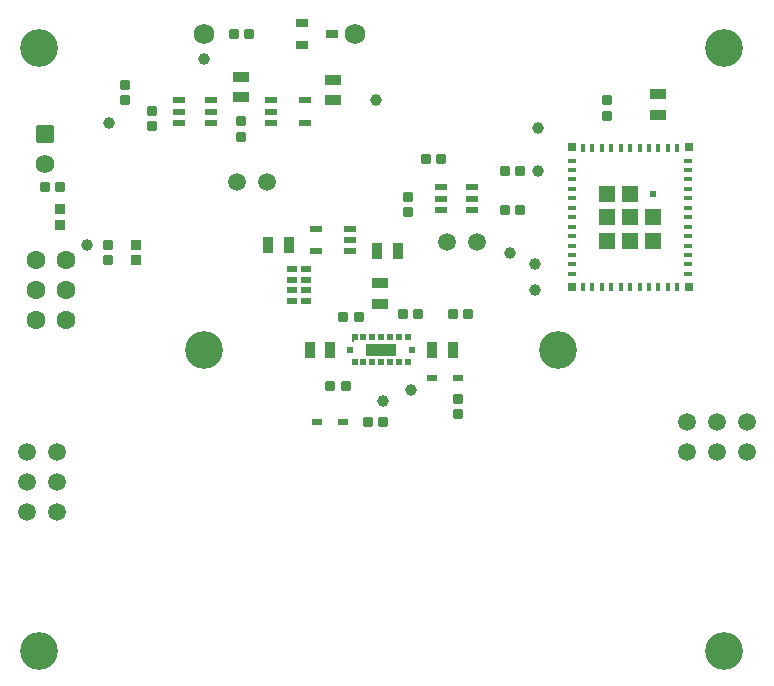
<source format=gbr>
%TF.GenerationSoftware,Altium Limited,Altium Designer,20.1.8 (145)*%
G04 Layer_Color=255*
%FSLAX45Y45*%
%MOMM*%
%TF.SameCoordinates,F34F671C-B0F6-4AC1-94B4-1D61ADA518EE*%
%TF.FilePolarity,Positive*%
%TF.FileFunction,Pads,Top*%
%TF.Part,Single*%
G01*
G75*
%TA.AperFunction,SMDPad,CuDef*%
G04:AMPARAMS|DCode=10|XSize=1.275mm|YSize=0.9mm|CornerRadius=0.045mm|HoleSize=0mm|Usage=FLASHONLY|Rotation=270.000|XOffset=0mm|YOffset=0mm|HoleType=Round|Shape=RoundedRectangle|*
%AMROUNDEDRECTD10*
21,1,1.27500,0.81000,0,0,270.0*
21,1,1.18500,0.90000,0,0,270.0*
1,1,0.09000,-0.40500,-0.59250*
1,1,0.09000,-0.40500,0.59250*
1,1,0.09000,0.40500,0.59250*
1,1,0.09000,0.40500,-0.59250*
%
%ADD10ROUNDEDRECTD10*%
%ADD11C,1.00000*%
G04:AMPARAMS|DCode=12|XSize=0.48mm|YSize=0.78mm|CornerRadius=0.024mm|HoleSize=0mm|Usage=FLASHONLY|Rotation=90.000|XOffset=0mm|YOffset=0mm|HoleType=Round|Shape=RoundedRectangle|*
%AMROUNDEDRECTD12*
21,1,0.48000,0.73200,0,0,90.0*
21,1,0.43200,0.78000,0,0,90.0*
1,1,0.04800,0.36600,0.21600*
1,1,0.04800,0.36600,-0.21600*
1,1,0.04800,-0.36600,-0.21600*
1,1,0.04800,-0.36600,0.21600*
%
%ADD12ROUNDEDRECTD12*%
G04:AMPARAMS|DCode=13|XSize=0.848mm|YSize=0.848mm|CornerRadius=0.05088mm|HoleSize=0mm|Usage=FLASHONLY|Rotation=180.000|XOffset=0mm|YOffset=0mm|HoleType=Round|Shape=RoundedRectangle|*
%AMROUNDEDRECTD13*
21,1,0.84800,0.74624,0,0,180.0*
21,1,0.74624,0.84800,0,0,180.0*
1,1,0.10176,-0.37312,0.37312*
1,1,0.10176,0.37312,0.37312*
1,1,0.10176,0.37312,-0.37312*
1,1,0.10176,-0.37312,-0.37312*
%
%ADD13ROUNDEDRECTD13*%
G04:AMPARAMS|DCode=14|XSize=0.848mm|YSize=0.848mm|CornerRadius=0.0424mm|HoleSize=0mm|Usage=FLASHONLY|Rotation=0.000|XOffset=0mm|YOffset=0mm|HoleType=Round|Shape=RoundedRectangle|*
%AMROUNDEDRECTD14*
21,1,0.84800,0.76320,0,0,0.0*
21,1,0.76320,0.84800,0,0,0.0*
1,1,0.08480,0.38160,-0.38160*
1,1,0.08480,-0.38160,-0.38160*
1,1,0.08480,-0.38160,0.38160*
1,1,0.08480,0.38160,0.38160*
%
%ADD14ROUNDEDRECTD14*%
G04:AMPARAMS|DCode=15|XSize=0.848mm|YSize=0.848mm|CornerRadius=0.05088mm|HoleSize=0mm|Usage=FLASHONLY|Rotation=90.000|XOffset=0mm|YOffset=0mm|HoleType=Round|Shape=RoundedRectangle|*
%AMROUNDEDRECTD15*
21,1,0.84800,0.74624,0,0,90.0*
21,1,0.74624,0.84800,0,0,90.0*
1,1,0.10176,0.37312,0.37312*
1,1,0.10176,0.37312,-0.37312*
1,1,0.10176,-0.37312,-0.37312*
1,1,0.10176,-0.37312,0.37312*
%
%ADD15ROUNDEDRECTD15*%
%TA.AperFunction,ConnectorPad*%
%ADD16R,0.80000X0.40000*%
%TA.AperFunction,SMDPad,CuDef*%
%ADD17R,0.70000X0.70000*%
%TA.AperFunction,BGAPad,CuDef*%
%ADD18R,1.45000X1.45000*%
%TA.AperFunction,SMDPad,CuDef*%
%ADD19R,0.60000X0.60000*%
%TA.AperFunction,ConnectorPad*%
%ADD20R,0.40000X0.80000*%
%TA.AperFunction,SMDPad,CuDef*%
G04:AMPARAMS|DCode=21|XSize=0.5mm|YSize=0.8mm|CornerRadius=0.0025mm|HoleSize=0mm|Usage=FLASHONLY|Rotation=90.000|XOffset=0mm|YOffset=0mm|HoleType=Round|Shape=RoundedRectangle|*
%AMROUNDEDRECTD21*
21,1,0.50000,0.79500,0,0,90.0*
21,1,0.49500,0.80000,0,0,90.0*
1,1,0.00500,0.39750,0.24750*
1,1,0.00500,0.39750,-0.24750*
1,1,0.00500,-0.39750,-0.24750*
1,1,0.00500,-0.39750,0.24750*
%
%ADD21ROUNDEDRECTD21*%
%ADD22R,2.50000X1.00000*%
%TA.AperFunction,BGAPad,CuDef*%
%ADD23R,0.50000X0.50000*%
%TA.AperFunction,SMDPad,CuDef*%
%ADD24R,0.20000X0.15000*%
G04:AMPARAMS|DCode=25|XSize=1.275mm|YSize=0.9mm|CornerRadius=0.045mm|HoleSize=0mm|Usage=FLASHONLY|Rotation=0.000|XOffset=0mm|YOffset=0mm|HoleType=Round|Shape=RoundedRectangle|*
%AMROUNDEDRECTD25*
21,1,1.27500,0.81000,0,0,0.0*
21,1,1.18500,0.90000,0,0,0.0*
1,1,0.09000,0.59250,-0.40500*
1,1,0.09000,-0.59250,-0.40500*
1,1,0.09000,-0.59250,0.40500*
1,1,0.09000,0.59250,0.40500*
%
%ADD25ROUNDEDRECTD25*%
G04:AMPARAMS|DCode=26|XSize=0.5mm|YSize=1.05mm|CornerRadius=0.025mm|HoleSize=0mm|Usage=FLASHONLY|Rotation=270.000|XOffset=0mm|YOffset=0mm|HoleType=Round|Shape=RoundedRectangle|*
%AMROUNDEDRECTD26*
21,1,0.50000,1.00000,0,0,270.0*
21,1,0.45000,1.05000,0,0,270.0*
1,1,0.05000,-0.50000,-0.22500*
1,1,0.05000,-0.50000,0.22500*
1,1,0.05000,0.50000,0.22500*
1,1,0.05000,0.50000,-0.22500*
%
%ADD26ROUNDEDRECTD26*%
G04:AMPARAMS|DCode=27|XSize=0.6mm|YSize=1.1mm|CornerRadius=0.03mm|HoleSize=0mm|Usage=FLASHONLY|Rotation=90.000|XOffset=0mm|YOffset=0mm|HoleType=Round|Shape=RoundedRectangle|*
%AMROUNDEDRECTD27*
21,1,0.60000,1.04000,0,0,90.0*
21,1,0.54000,1.10000,0,0,90.0*
1,1,0.06000,0.52000,0.27000*
1,1,0.06000,0.52000,-0.27000*
1,1,0.06000,-0.52000,-0.27000*
1,1,0.06000,-0.52000,0.27000*
%
%ADD27ROUNDEDRECTD27*%
%TA.AperFunction,ComponentPad*%
G04:AMPARAMS|DCode=32|XSize=1.58mm|YSize=1.58mm|CornerRadius=0.158mm|HoleSize=0mm|Usage=FLASHONLY|Rotation=0.000|XOffset=0mm|YOffset=0mm|HoleType=Round|Shape=RoundedRectangle|*
%AMROUNDEDRECTD32*
21,1,1.58000,1.26400,0,0,0.0*
21,1,1.26400,1.58000,0,0,0.0*
1,1,0.31600,0.63200,-0.63200*
1,1,0.31600,-0.63200,-0.63200*
1,1,0.31600,-0.63200,0.63200*
1,1,0.31600,0.63200,0.63200*
%
%ADD32ROUNDEDRECTD32*%
%ADD33C,1.58000*%
%ADD34C,3.20000*%
%ADD35C,1.75000*%
%ADD36C,1.50000*%
%ADD37C,1.60000*%
%TA.AperFunction,WasherPad*%
%ADD38C,3.20000*%
D10*
X3213180Y3734463D02*
D03*
X3388420D02*
D03*
X2468812Y3785263D02*
D03*
X2293572D02*
D03*
X2643551Y2900000D02*
D03*
X2818791D02*
D03*
X3858320Y2900000D02*
D03*
X3683080D02*
D03*
D11*
X945576Y4819237D02*
D03*
X4577554Y4777961D02*
D03*
X4336782Y3714054D02*
D03*
X4555606Y3620600D02*
D03*
Y3408239D02*
D03*
X3500000Y2558018D02*
D03*
X3268650Y2465330D02*
D03*
X1750000Y5356860D02*
D03*
X759460Y3788025D02*
D03*
X4577554Y4412980D02*
D03*
X3202198Y5009237D02*
D03*
D12*
X2614211Y3311400D02*
D03*
Y3401400D02*
D03*
Y3491400D02*
D03*
Y3581400D02*
D03*
X2494212D02*
D03*
Y3491400D02*
D03*
Y3401400D02*
D03*
Y3311400D02*
D03*
D13*
X935385Y3788025D02*
D03*
Y3658025D02*
D03*
X2060184Y4701937D02*
D03*
Y4831937D02*
D03*
X3903080Y2352905D02*
D03*
Y2482905D02*
D03*
X3481215Y4195798D02*
D03*
Y4065798D02*
D03*
X5159920Y4879237D02*
D03*
Y5009237D02*
D03*
X1310640Y4791480D02*
D03*
Y4921480D02*
D03*
X1077514Y5139237D02*
D03*
Y5009237D02*
D03*
D14*
X530000Y4087321D02*
D03*
Y3957321D02*
D03*
X1170940Y3658025D02*
D03*
Y3788026D02*
D03*
D15*
X3628119Y4514250D02*
D03*
X3758119D02*
D03*
X3138650Y2288991D02*
D03*
X3268650D02*
D03*
X2948791Y2595330D02*
D03*
X2818791D02*
D03*
X2929560Y3177900D02*
D03*
X3059560D02*
D03*
X3561180Y3203300D02*
D03*
X3431180D02*
D03*
X2134166Y5570000D02*
D03*
X2004166D02*
D03*
X4427441Y4083298D02*
D03*
X4297441D02*
D03*
Y4412980D02*
D03*
X4427441D02*
D03*
X530000Y4272280D02*
D03*
X400000D02*
D03*
X3858320Y3203300D02*
D03*
X3988320D02*
D03*
D16*
X4868000Y3700600D02*
D03*
X5848000Y4500600D02*
D03*
Y4420600D02*
D03*
Y4340600D02*
D03*
Y4260600D02*
D03*
Y4180600D02*
D03*
Y4100600D02*
D03*
Y4020600D02*
D03*
Y3940600D02*
D03*
Y3860600D02*
D03*
Y3780600D02*
D03*
Y3700600D02*
D03*
Y3620600D02*
D03*
Y3540600D02*
D03*
X4868000D02*
D03*
Y3620600D02*
D03*
Y3780600D02*
D03*
Y3860600D02*
D03*
Y3940600D02*
D03*
Y4020600D02*
D03*
Y4100600D02*
D03*
Y4180600D02*
D03*
Y4260600D02*
D03*
Y4340600D02*
D03*
Y4420600D02*
D03*
Y4500600D02*
D03*
D17*
X5853000Y3425600D02*
D03*
X4863000D02*
D03*
Y4615600D02*
D03*
X5853000D02*
D03*
D18*
X5358000Y3823100D02*
D03*
X5160500D02*
D03*
Y4020600D02*
D03*
Y4218100D02*
D03*
X5358000D02*
D03*
X5555500Y4020600D02*
D03*
Y3823100D02*
D03*
X5358000Y4020600D02*
D03*
D19*
X5555500Y4218100D02*
D03*
D20*
X5758000Y3430600D02*
D03*
X5678000D02*
D03*
X5598000D02*
D03*
X5518000D02*
D03*
X5438000D02*
D03*
X5358000D02*
D03*
X5278000D02*
D03*
X5198000D02*
D03*
X5118000D02*
D03*
X5038000D02*
D03*
X4958000D02*
D03*
Y4610600D02*
D03*
X5038000D02*
D03*
X5118000D02*
D03*
X5198000D02*
D03*
X5278000D02*
D03*
X5358000D02*
D03*
X5438000D02*
D03*
X5518000D02*
D03*
X5598000D02*
D03*
X5678000D02*
D03*
X5758000D02*
D03*
D21*
X2929813Y2288991D02*
D03*
X2709813D02*
D03*
X3903080Y2656321D02*
D03*
X3683080D02*
D03*
D22*
X3250000Y2900000D02*
D03*
D23*
X2985000D02*
D03*
X3515000D02*
D03*
X3475000Y2795000D02*
D03*
X3400000Y3005000D02*
D03*
X3325000D02*
D03*
Y2795000D02*
D03*
X3250000Y3005000D02*
D03*
Y2795000D02*
D03*
X3175000Y3005000D02*
D03*
Y2795000D02*
D03*
X3475000Y3005000D02*
D03*
X3100000D02*
D03*
X3025000D02*
D03*
Y2795000D02*
D03*
X3100000D02*
D03*
X3400000D02*
D03*
D24*
X3010000Y2975000D02*
D03*
D25*
X3239840Y3460117D02*
D03*
Y3284877D02*
D03*
X2060183Y5034637D02*
D03*
Y5209877D02*
D03*
X2841629Y5009237D02*
D03*
Y5184477D02*
D03*
X5598000Y4884654D02*
D03*
Y5059894D02*
D03*
D26*
X2984898Y3734463D02*
D03*
Y3829463D02*
D03*
Y3924463D02*
D03*
X2694898D02*
D03*
Y3734463D02*
D03*
X3758119Y4273298D02*
D03*
Y4178297D02*
D03*
Y4083298D02*
D03*
X4023119D02*
D03*
Y4178297D02*
D03*
Y4273298D02*
D03*
X1540627Y5009237D02*
D03*
Y4914237D02*
D03*
Y4819237D02*
D03*
X1805627D02*
D03*
Y4914237D02*
D03*
Y5009237D02*
D03*
X2604740D02*
D03*
Y4819237D02*
D03*
X2314740D02*
D03*
Y4914237D02*
D03*
Y5009237D02*
D03*
D27*
X2583573Y5475000D02*
D03*
Y5665000D02*
D03*
X2833573Y5570000D02*
D03*
D32*
X400000Y4727000D02*
D03*
D33*
Y4473000D02*
D03*
D34*
X4750000Y2900000D02*
D03*
X1747500Y2897500D02*
D03*
D35*
X3030000Y5570000D02*
D03*
X1750000D02*
D03*
D36*
X3810000Y3810000D02*
D03*
X4064000D02*
D03*
X6096000Y2286000D02*
D03*
X2032000Y4318000D02*
D03*
X6350000Y2286000D02*
D03*
X508000Y1778000D02*
D03*
Y2032000D02*
D03*
X254000D02*
D03*
X6096000D02*
D03*
X5842000Y2286000D02*
D03*
Y2032000D02*
D03*
X254000Y1524000D02*
D03*
Y1778000D02*
D03*
X6350000Y2032000D02*
D03*
X508000Y1524000D02*
D03*
X2286000Y4318000D02*
D03*
D37*
X577801Y3658025D02*
D03*
Y3404025D02*
D03*
Y3150025D02*
D03*
X323801D02*
D03*
Y3404025D02*
D03*
Y3658025D02*
D03*
D38*
X6150000Y350000D02*
D03*
Y5450000D02*
D03*
X350000Y350000D02*
D03*
Y5450000D02*
D03*
%TF.MD5,bddc0a249f1ba0c6cfae6058e5329aac*%
M02*

</source>
